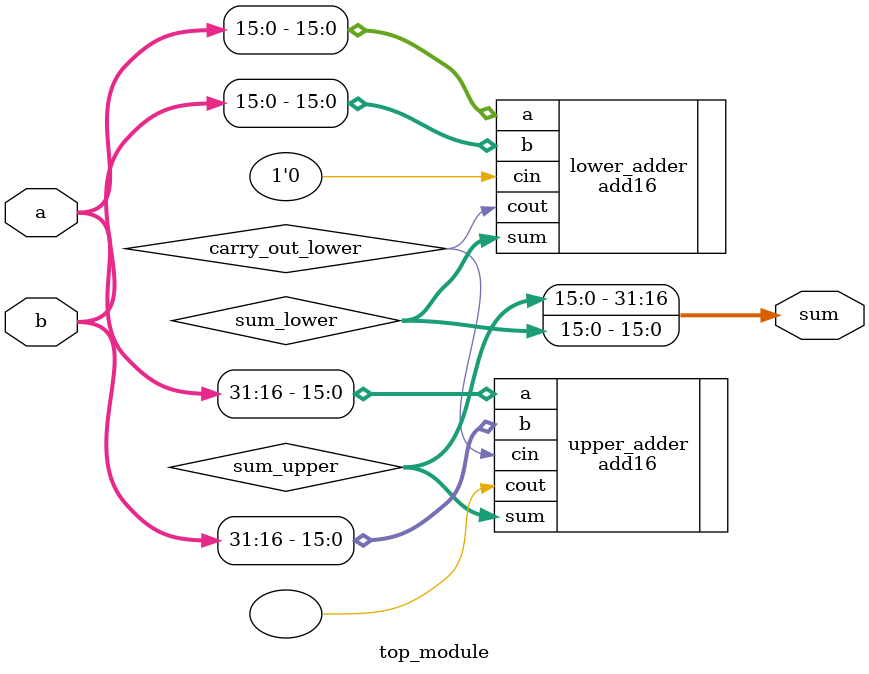
<source format=v>
module top_module (
    input [31:0] a,
    input [31:0] b,
    output [31:0] sum
);
    wire [15:0] sum_lower;
    wire [15:0] sum_upper;
    wire carry_out_lower;

    add16 lower_adder (
        .a(a[15:0]),
        .b(b[15:0]),
        .cin(1'b0),
        .sum(sum_lower),
        .cout(carry_out_lower)
    );

    add16 upper_adder (
        .a(a[31:16]),
        .b(b[31:16]),
        .cin(carry_out_lower),
        .sum(sum_upper),
        .cout(/* this carry out is ignored*/)
    );

    assign sum = {sum_upper, sum_lower};
endmodule
</source>
